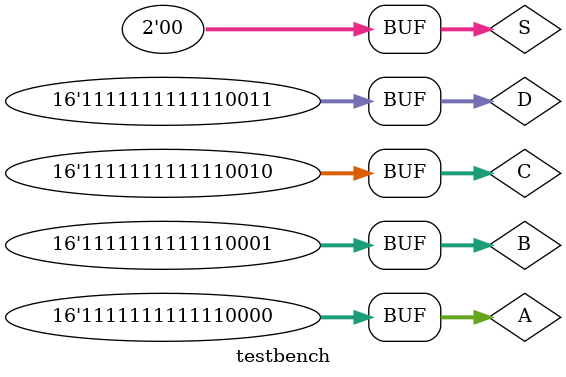
<source format=v>
`timescale 1ns / 1ps

module testbench ( );

	reg [15:0] A, B, C, D;
	reg [1:0] S;
	wire [15:0] M;

	initial begin
		A <= 0; B <= 1; C <= 2; D <= 3; S = 0;
		#20 S = 1;
		#20 S = 2;
		#20 S = 3;
		#20 A <= 16'hfff0; B <= 16'hfff1; C <= 16'hfff2; D <= 16'hfff3; S = 3;
		#20 S = 2;
		#20 S = 1;
		#20 S = 0;
	end // initial

	nbit_4to1_mux U1 (A, B, C, D, S, M);

endmodule

</source>
